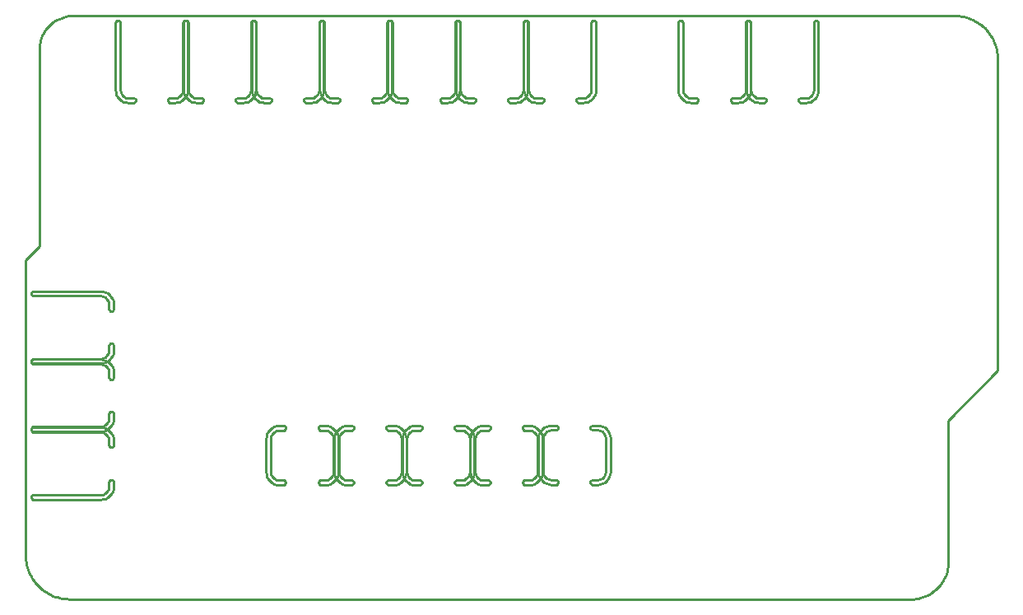
<source format=gko>
G04*
G04 #@! TF.GenerationSoftware,Altium Limited,Altium Designer,18.0.7 (293)*
G04*
G04 Layer_Color=16711935*
%FSLAX25Y25*%
%MOIN*%
G70*
G01*
G75*
%ADD10C,0.01000*%
D10*
X873183Y197620D02*
X874172Y197653D01*
X875156Y197750D01*
X876132Y197911D01*
X877096Y198136D01*
X878042Y198423D01*
X878968Y198771D01*
X879869Y199179D01*
X880742Y199646D01*
X881581Y200168D01*
X882386Y200744D01*
X883150Y201372D01*
X883872Y202048D01*
X884549Y202770D01*
X885176Y203535D01*
X885752Y204339D01*
X886275Y205179D01*
X886741Y206051D01*
X887149Y206953D01*
X887498Y207878D01*
X887785Y208825D01*
X888009Y209788D01*
X888171Y210764D01*
X888268Y211749D01*
X888300Y212737D01*
X744300Y245925D02*
X743424Y245464D01*
Y244474D01*
X744300Y244012D01*
X746212Y245925D02*
X747255Y246090D01*
X748196Y246570D01*
X748943Y247316D01*
X749422Y248257D01*
X749587Y249300D01*
X746212Y244012D02*
X747244Y244114D01*
X748236Y244415D01*
X749150Y244904D01*
X749951Y245561D01*
X750609Y246362D01*
X751097Y247277D01*
X751398Y248269D01*
X751500Y249300D01*
X729450Y244012D02*
X730326Y244474D01*
Y245464D01*
X729450Y245925D01*
X724162Y249300D02*
X724328Y248257D01*
X724807Y247316D01*
X725554Y246570D01*
X726495Y246090D01*
X727537Y245925D01*
X722250Y249300D02*
X722352Y248269D01*
X722652Y247277D01*
X723141Y246362D01*
X723799Y245561D01*
X724600Y244904D01*
X725514Y244415D01*
X726506Y244114D01*
X727537Y244012D01*
X729450Y266062D02*
X730326Y266524D01*
Y267514D01*
X729450Y267975D01*
X727537Y266062D02*
X726495Y265897D01*
X725554Y265418D01*
X724807Y264671D01*
X724328Y263730D01*
X724162Y262687D01*
X727537Y267975D02*
X726506Y267873D01*
X725514Y267572D01*
X724600Y267084D01*
X723799Y266426D01*
X723141Y265625D01*
X722652Y264711D01*
X722352Y263719D01*
X722250Y262687D01*
X744300Y267975D02*
X743424Y267514D01*
Y266524D01*
X744300Y266062D01*
X749587Y262687D02*
X749422Y263730D01*
X748943Y264671D01*
X748196Y265418D01*
X747255Y265897D01*
X746212Y266062D01*
X751500Y262687D02*
X751398Y263719D01*
X751097Y264711D01*
X750609Y265625D01*
X749951Y266426D01*
X749150Y267084D01*
X748236Y267572D01*
X747244Y267873D01*
X746212Y267975D01*
X716738Y245813D02*
X715861Y245351D01*
Y244361D01*
X716738Y243900D01*
X718650Y245813D02*
X719693Y245978D01*
X720634Y246457D01*
X721380Y247204D01*
X721860Y248145D01*
X722025Y249187D01*
X718650Y243900D02*
X719682Y244002D01*
X720673Y244303D01*
X721588Y244791D01*
X722389Y245449D01*
X723046Y246250D01*
X723535Y247164D01*
X723836Y248156D01*
X723938Y249187D01*
X701888Y243900D02*
X702764Y244361D01*
Y245351D01*
X701888Y245813D01*
X696600Y249187D02*
X696765Y248145D01*
X697245Y247204D01*
X697991Y246457D01*
X698932Y245978D01*
X699975Y245813D01*
X694688Y249187D02*
X694789Y248156D01*
X695090Y247164D01*
X695579Y246250D01*
X696236Y245449D01*
X697037Y244791D01*
X697952Y244303D01*
X698944Y244002D01*
X699975Y243900D01*
X701888Y265950D02*
X702764Y266411D01*
Y267401D01*
X701888Y267863D01*
X699975Y265950D02*
X698932Y265785D01*
X697991Y265305D01*
X697245Y264559D01*
X696765Y263618D01*
X696600Y262575D01*
X699975Y267863D02*
X698944Y267761D01*
X697952Y267460D01*
X697037Y266971D01*
X696236Y266314D01*
X695579Y265513D01*
X695090Y264598D01*
X694789Y263607D01*
X694688Y262575D01*
X716738Y267863D02*
X715861Y267401D01*
Y266411D01*
X716738Y265950D01*
X722025Y262575D02*
X721860Y263618D01*
X721380Y264559D01*
X720634Y265305D01*
X719693Y265785D01*
X718650Y265950D01*
X723938Y262575D02*
X723836Y263607D01*
X723535Y264598D01*
X723046Y265513D01*
X722389Y266314D01*
X721588Y266971D01*
X720673Y267460D01*
X719682Y267761D01*
X718650Y267863D01*
X689175Y245813D02*
X688299Y245351D01*
Y244361D01*
X689175Y243900D01*
X691087Y245813D02*
X692130Y245978D01*
X693071Y246457D01*
X693818Y247204D01*
X694297Y248145D01*
X694462Y249187D01*
X691087Y243900D02*
X692119Y244002D01*
X693111Y244303D01*
X694025Y244791D01*
X694826Y245449D01*
X695484Y246250D01*
X695972Y247164D01*
X696273Y248156D01*
X696375Y249187D01*
X674325Y243900D02*
X675201Y244361D01*
Y245351D01*
X674325Y245813D01*
X669037Y249187D02*
X669203Y248145D01*
X669682Y247204D01*
X670429Y246457D01*
X671370Y245978D01*
X672412Y245813D01*
X667125Y249187D02*
X667227Y248156D01*
X667527Y247164D01*
X668016Y246250D01*
X668674Y245449D01*
X669475Y244791D01*
X670389Y244303D01*
X671381Y244002D01*
X672412Y243900D01*
X674325Y265950D02*
X675201Y266411D01*
Y267401D01*
X674325Y267863D01*
X672412Y265950D02*
X671370Y265785D01*
X670429Y265305D01*
X669682Y264559D01*
X669203Y263618D01*
X669037Y262575D01*
X672412Y267863D02*
X671381Y267761D01*
X670389Y267460D01*
X669475Y266971D01*
X668674Y266314D01*
X668016Y265513D01*
X667527Y264598D01*
X667227Y263607D01*
X667125Y262575D01*
X689175Y267863D02*
X688299Y267401D01*
Y266411D01*
X689175Y265950D01*
X694462Y262575D02*
X694297Y263618D01*
X693818Y264559D01*
X693071Y265305D01*
X692130Y265785D01*
X691087Y265950D01*
X696375Y262575D02*
X696273Y263607D01*
X695972Y264598D01*
X695484Y265513D01*
X694826Y266314D01*
X694025Y266971D01*
X693111Y267460D01*
X692119Y267761D01*
X691087Y267863D01*
X661613Y245813D02*
X660736Y245351D01*
Y244361D01*
X661613Y243900D01*
X663525Y245813D02*
X664568Y245978D01*
X665509Y246457D01*
X666255Y247204D01*
X666735Y248145D01*
X666900Y249187D01*
X663525Y243900D02*
X664557Y244002D01*
X665548Y244303D01*
X666463Y244791D01*
X667264Y245449D01*
X667921Y246250D01*
X668410Y247164D01*
X668711Y248156D01*
X668813Y249187D01*
X646763Y243900D02*
X647639Y244361D01*
Y245351D01*
X646763Y245813D01*
X641475Y249187D02*
X641640Y248145D01*
X642120Y247204D01*
X642866Y246457D01*
X643807Y245978D01*
X644850Y245813D01*
X639563Y249187D02*
X639664Y248156D01*
X639965Y247164D01*
X640454Y246250D01*
X641111Y245449D01*
X641912Y244791D01*
X642827Y244303D01*
X643819Y244002D01*
X644850Y243900D01*
X646763Y265950D02*
X647639Y266411D01*
Y267401D01*
X646763Y267863D01*
X644850Y265950D02*
X643807Y265785D01*
X642866Y265305D01*
X642120Y264559D01*
X641640Y263618D01*
X641475Y262575D01*
X644850Y267863D02*
X643819Y267761D01*
X642827Y267460D01*
X641912Y266971D01*
X641111Y266314D01*
X640454Y265513D01*
X639965Y264598D01*
X639664Y263607D01*
X639563Y262575D01*
X661613Y267863D02*
X660736Y267401D01*
Y266411D01*
X661613Y265950D01*
X666900Y262575D02*
X666735Y263618D01*
X666255Y264559D01*
X665509Y265305D01*
X664568Y265785D01*
X663525Y265950D01*
X668813Y262575D02*
X668711Y263607D01*
X668410Y264598D01*
X667921Y265513D01*
X667264Y266314D01*
X666463Y266971D01*
X665548Y267460D01*
X664557Y267761D01*
X663525Y267863D01*
X634050Y245813D02*
X633174Y245351D01*
Y244361D01*
X634050Y243900D01*
X635962Y245813D02*
X637005Y245978D01*
X637946Y246457D01*
X638693Y247204D01*
X639172Y248145D01*
X639337Y249187D01*
X635962Y243900D02*
X636994Y244002D01*
X637986Y244303D01*
X638900Y244791D01*
X639701Y245449D01*
X640359Y246250D01*
X640847Y247164D01*
X641148Y248156D01*
X641250Y249187D01*
X619200Y243900D02*
X620076Y244361D01*
Y245351D01*
X619200Y245813D01*
X613912Y249187D02*
X614078Y248145D01*
X614557Y247204D01*
X615304Y246457D01*
X616245Y245978D01*
X617287Y245813D01*
X612000Y249187D02*
X612102Y248156D01*
X612402Y247164D01*
X612891Y246250D01*
X613549Y245449D01*
X614350Y244791D01*
X615264Y244303D01*
X616256Y244002D01*
X617287Y243900D01*
X619200Y265950D02*
X620076Y266411D01*
Y267401D01*
X619200Y267863D01*
X617287Y265950D02*
X616245Y265785D01*
X615304Y265305D01*
X614557Y264559D01*
X614078Y263618D01*
X613912Y262575D01*
X617287Y267863D02*
X616256Y267761D01*
X615264Y267460D01*
X614350Y266971D01*
X613549Y266314D01*
X612891Y265513D01*
X612402Y264598D01*
X612102Y263607D01*
X612000Y262575D01*
X634050Y267863D02*
X633174Y267401D01*
Y266411D01*
X634050Y265950D01*
X639337Y262575D02*
X639172Y263618D01*
X638693Y264559D01*
X637946Y265305D01*
X637005Y265785D01*
X635962Y265950D01*
X641250Y262575D02*
X641148Y263607D01*
X640847Y264598D01*
X640359Y265513D01*
X639701Y266314D01*
X638900Y266971D01*
X637986Y267460D01*
X636994Y267761D01*
X635962Y267863D01*
X813713Y398587D02*
X814589Y399049D01*
Y400039D01*
X813713Y400500D01*
X808425Y403875D02*
X808590Y402832D01*
X809070Y401891D01*
X809816Y401145D01*
X810757Y400665D01*
X811800Y400500D01*
X806513Y403875D02*
X806614Y402844D01*
X806915Y401852D01*
X807404Y400937D01*
X808061Y400136D01*
X808862Y399479D01*
X809777Y398990D01*
X810769Y398689D01*
X811800Y398587D01*
X808425Y431100D02*
X807964Y431976D01*
X806974D01*
X806513Y431100D01*
X835763D02*
X835301Y431976D01*
X834311D01*
X833850Y431100D01*
X830475Y398587D02*
X831507Y398689D01*
X832498Y398990D01*
X833413Y399479D01*
X834214Y400136D01*
X834871Y400937D01*
X835360Y401852D01*
X835661Y402844D01*
X835763Y403875D01*
X830475Y400500D02*
X831518Y400665D01*
X832459Y401145D01*
X833205Y401891D01*
X833685Y402832D01*
X833850Y403875D01*
X828563Y400500D02*
X827686Y400039D01*
Y399049D01*
X828563Y398587D01*
X786150D02*
X787026Y399049D01*
Y400039D01*
X786150Y400500D01*
X780863Y403875D02*
X781028Y402832D01*
X781507Y401891D01*
X782254Y401145D01*
X783195Y400665D01*
X784237Y400500D01*
X778950Y403875D02*
X779052Y402844D01*
X779353Y401852D01*
X779841Y400937D01*
X780499Y400136D01*
X781300Y399479D01*
X782214Y398990D01*
X783206Y398689D01*
X784237Y398587D01*
X780863Y431100D02*
X780401Y431976D01*
X779411D01*
X778950Y431100D01*
X808200D02*
X807739Y431976D01*
X806749D01*
X806287Y431100D01*
X802913Y398587D02*
X803944Y398689D01*
X804936Y398990D01*
X805850Y399479D01*
X806651Y400136D01*
X807309Y400937D01*
X807798Y401852D01*
X808098Y402844D01*
X808200Y403875D01*
X802913Y400500D02*
X803955Y400665D01*
X804896Y401145D01*
X805643Y401891D01*
X806122Y402832D01*
X806287Y403875D01*
X801000Y400500D02*
X800124Y400039D01*
Y399049D01*
X801000Y398587D01*
X723600D02*
X724476Y399049D01*
Y400039D01*
X723600Y400500D01*
X718313Y403875D02*
X718478Y402832D01*
X718957Y401891D01*
X719704Y401145D01*
X720645Y400665D01*
X721688Y400500D01*
X716400Y403875D02*
X716502Y402844D01*
X716803Y401852D01*
X717291Y400937D01*
X717949Y400136D01*
X718750Y399479D01*
X719664Y398990D01*
X720656Y398689D01*
X721688Y398587D01*
X718313Y431100D02*
X717851Y431976D01*
X716861D01*
X716400Y431100D01*
X745650D02*
X745189Y431976D01*
X744199D01*
X743738Y431100D01*
X740363Y398587D02*
X741394Y398689D01*
X742386Y398990D01*
X743300Y399479D01*
X744101Y400136D01*
X744759Y400937D01*
X745248Y401852D01*
X745548Y402844D01*
X745650Y403875D01*
X740363Y400500D02*
X741405Y400665D01*
X742346Y401145D01*
X743093Y401891D01*
X743572Y402832D01*
X743738Y403875D01*
X738450Y400500D02*
X737574Y400039D01*
Y399049D01*
X738450Y398587D01*
X696037D02*
X696914Y399049D01*
Y400039D01*
X696037Y400500D01*
X690750Y403875D02*
X690915Y402832D01*
X691395Y401891D01*
X692141Y401145D01*
X693082Y400665D01*
X694125Y400500D01*
X688837Y403875D02*
X688939Y402844D01*
X689240Y401852D01*
X689729Y400937D01*
X690386Y400136D01*
X691187Y399479D01*
X692102Y398990D01*
X693093Y398689D01*
X694125Y398587D01*
X690750Y431100D02*
X690289Y431976D01*
X689299D01*
X688837Y431100D01*
X718087D02*
X717626Y431976D01*
X716636D01*
X716175Y431100D01*
X712800Y398587D02*
X713832Y398689D01*
X714823Y398990D01*
X715738Y399479D01*
X716539Y400136D01*
X717196Y400937D01*
X717685Y401852D01*
X717986Y402844D01*
X718087Y403875D01*
X712800Y400500D02*
X713843Y400665D01*
X714784Y401145D01*
X715530Y401891D01*
X716010Y402832D01*
X716175Y403875D01*
X710887Y400500D02*
X710011Y400039D01*
Y399049D01*
X710887Y398587D01*
X668475D02*
X669351Y399049D01*
Y400039D01*
X668475Y400500D01*
X663188Y403875D02*
X663353Y402832D01*
X663832Y401891D01*
X664579Y401145D01*
X665520Y400665D01*
X666563Y400500D01*
X661275Y403875D02*
X661377Y402844D01*
X661678Y401852D01*
X662166Y400937D01*
X662824Y400136D01*
X663625Y399479D01*
X664539Y398990D01*
X665531Y398689D01*
X666563Y398587D01*
X663188Y431100D02*
X662726Y431976D01*
X661736D01*
X661275Y431100D01*
X690525D02*
X690064Y431976D01*
X689074D01*
X688613Y431100D01*
X685238Y398587D02*
X686269Y398689D01*
X687261Y398990D01*
X688175Y399479D01*
X688976Y400136D01*
X689634Y400937D01*
X690123Y401852D01*
X690423Y402844D01*
X690525Y403875D01*
X685238Y400500D02*
X686280Y400665D01*
X687221Y401145D01*
X687968Y401891D01*
X688447Y402832D01*
X688613Y403875D01*
X683325Y400500D02*
X682449Y400039D01*
Y399049D01*
X683325Y398587D01*
X640912D02*
X641789Y399049D01*
Y400039D01*
X640912Y400500D01*
X635625Y403875D02*
X635790Y402832D01*
X636270Y401891D01*
X637016Y401145D01*
X637957Y400665D01*
X639000Y400500D01*
X633712Y403875D02*
X633814Y402844D01*
X634115Y401852D01*
X634604Y400937D01*
X635261Y400136D01*
X636062Y399479D01*
X636977Y398990D01*
X637968Y398689D01*
X639000Y398587D01*
X635625Y431100D02*
X635164Y431976D01*
X634174D01*
X633712Y431100D01*
X662962D02*
X662501Y431976D01*
X661511D01*
X661050Y431100D01*
X657675Y398587D02*
X658707Y398689D01*
X659698Y398990D01*
X660613Y399479D01*
X661414Y400136D01*
X662071Y400937D01*
X662560Y401852D01*
X662861Y402844D01*
X662962Y403875D01*
X657675Y400500D02*
X658718Y400665D01*
X659659Y401145D01*
X660405Y401891D01*
X660885Y402832D01*
X661050Y403875D01*
X655762Y400500D02*
X654886Y400039D01*
Y399049D01*
X655762Y398587D01*
X613350D02*
X614226Y399049D01*
Y400039D01*
X613350Y400500D01*
X608063Y403875D02*
X608228Y402832D01*
X608707Y401891D01*
X609454Y401145D01*
X610395Y400665D01*
X611438Y400500D01*
X606150Y403875D02*
X606252Y402844D01*
X606553Y401852D01*
X607041Y400937D01*
X607699Y400136D01*
X608500Y399479D01*
X609414Y398990D01*
X610406Y398689D01*
X611438Y398587D01*
X608063Y431100D02*
X607601Y431976D01*
X606611D01*
X606150Y431100D01*
X635400D02*
X634939Y431976D01*
X633949D01*
X633488Y431100D01*
X630113Y398587D02*
X631144Y398689D01*
X632136Y398990D01*
X633050Y399479D01*
X633851Y400136D01*
X634509Y400937D01*
X634998Y401852D01*
X635298Y402844D01*
X635400Y403875D01*
X630113Y400500D02*
X631155Y400665D01*
X632096Y401145D01*
X632843Y401891D01*
X633322Y402832D01*
X633488Y403875D01*
X628200Y400500D02*
X627324Y400039D01*
Y399049D01*
X628200Y398587D01*
X585787D02*
X586664Y399049D01*
Y400039D01*
X585787Y400500D01*
X580500Y403875D02*
X580665Y402832D01*
X581145Y401891D01*
X581891Y401145D01*
X582832Y400665D01*
X583875Y400500D01*
X578587Y403875D02*
X578689Y402844D01*
X578990Y401852D01*
X579479Y400937D01*
X580136Y400136D01*
X580937Y399479D01*
X581852Y398990D01*
X582843Y398689D01*
X583875Y398587D01*
X580500Y431100D02*
X580039Y431976D01*
X579049D01*
X578587Y431100D01*
X607837D02*
X607376Y431976D01*
X606386D01*
X605925Y431100D01*
X602550Y398587D02*
X603581Y398689D01*
X604573Y398990D01*
X605488Y399479D01*
X606289Y400136D01*
X606946Y400937D01*
X607435Y401852D01*
X607736Y402844D01*
X607837Y403875D01*
X602550Y400500D02*
X603593Y400665D01*
X604534Y401145D01*
X605280Y401891D01*
X605760Y402832D01*
X605925Y403875D01*
X600637Y400500D02*
X599761Y400039D01*
Y399049D01*
X600637Y398587D01*
X558225D02*
X559101Y399049D01*
Y400039D01*
X558225Y400500D01*
X552938Y403875D02*
X553103Y402832D01*
X553582Y401891D01*
X554329Y401145D01*
X555270Y400665D01*
X556313Y400500D01*
X551025Y403875D02*
X551127Y402844D01*
X551428Y401852D01*
X551916Y400937D01*
X552574Y400136D01*
X553375Y399479D01*
X554289Y398990D01*
X555281Y398689D01*
X556313Y398587D01*
X552938Y431100D02*
X552476Y431976D01*
X551486D01*
X551025Y431100D01*
X580275D02*
X579814Y431976D01*
X578824D01*
X578363Y431100D01*
X574988Y398587D02*
X576019Y398689D01*
X577011Y398990D01*
X577925Y399479D01*
X578726Y400136D01*
X579384Y400937D01*
X579873Y401852D01*
X580173Y402844D01*
X580275Y403875D01*
X574988Y400500D02*
X576030Y400665D01*
X576971Y401145D01*
X577718Y401891D01*
X578197Y402832D01*
X578363Y403875D01*
X573075Y400500D02*
X572199Y400039D01*
Y399049D01*
X573075Y398587D01*
X550238Y300262D02*
X549776Y301139D01*
X548786D01*
X548325Y300262D01*
X544950Y294975D02*
X545993Y295140D01*
X546934Y295620D01*
X547680Y296366D01*
X548160Y297307D01*
X548325Y298350D01*
X544950Y293062D02*
X545982Y293164D01*
X546973Y293465D01*
X547888Y293954D01*
X548689Y294611D01*
X549346Y295412D01*
X549835Y296327D01*
X550136Y297319D01*
X550238Y298350D01*
X517725Y294975D02*
X516849Y294514D01*
Y293524D01*
X517725Y293062D01*
Y322312D02*
X516849Y321851D01*
Y320861D01*
X517725Y320400D01*
X550238Y317025D02*
X550136Y318057D01*
X549835Y319048D01*
X549346Y319963D01*
X548689Y320764D01*
X547888Y321421D01*
X546973Y321910D01*
X545982Y322211D01*
X544950Y322312D01*
X548325Y317025D02*
X548160Y318068D01*
X547680Y319009D01*
X546934Y319755D01*
X545993Y320235D01*
X544950Y320400D01*
X548325Y315112D02*
X548786Y314236D01*
X549776D01*
X550238Y315112D01*
Y272700D02*
X549776Y273576D01*
X548786D01*
X548325Y272700D01*
X544950Y267412D02*
X545993Y267578D01*
X546934Y268057D01*
X547680Y268804D01*
X548160Y269745D01*
X548325Y270788D01*
X544950Y265500D02*
X545982Y265602D01*
X546973Y265902D01*
X547888Y266391D01*
X548689Y267049D01*
X549346Y267850D01*
X549835Y268764D01*
X550136Y269756D01*
X550238Y270788D01*
X517725Y267412D02*
X516849Y266951D01*
Y265961D01*
X517725Y265500D01*
Y294750D02*
X516849Y294289D01*
Y293299D01*
X517725Y292838D01*
X550238Y289462D02*
X550136Y290494D01*
X549835Y291486D01*
X549346Y292400D01*
X548689Y293201D01*
X547888Y293859D01*
X546973Y294348D01*
X545982Y294648D01*
X544950Y294750D01*
X548325Y289462D02*
X548160Y290505D01*
X547680Y291446D01*
X546934Y292193D01*
X545993Y292672D01*
X544950Y292838D01*
X548325Y287550D02*
X548786Y286674D01*
X549776D01*
X550238Y287550D01*
X548325Y259987D02*
X548786Y259111D01*
X549776D01*
X550238Y259987D01*
X548325Y261900D02*
X548160Y262943D01*
X547680Y263884D01*
X546934Y264630D01*
X545993Y265110D01*
X544950Y265275D01*
X550238Y261900D02*
X550136Y262931D01*
X549835Y263923D01*
X549346Y264838D01*
X548689Y265639D01*
X547888Y266296D01*
X546973Y266785D01*
X545982Y267086D01*
X544950Y267188D01*
X517725D02*
X516849Y266726D01*
Y265736D01*
X517725Y265275D01*
Y239850D02*
X516849Y239389D01*
Y238399D01*
X517725Y237937D01*
X544950D02*
X545982Y238039D01*
X546973Y238340D01*
X547888Y238829D01*
X548689Y239486D01*
X549346Y240287D01*
X549835Y241202D01*
X550136Y242194D01*
X550238Y243225D01*
X544950Y239850D02*
X545993Y240015D01*
X546934Y240495D01*
X547680Y241241D01*
X548160Y242182D01*
X548325Y243225D01*
X550238Y245138D02*
X549776Y246014D01*
X548786D01*
X548325Y245138D01*
X533925Y433886D02*
X532942Y433851D01*
X531964Y433746D01*
X530996Y433571D01*
X530043Y433328D01*
X529109Y433017D01*
X528201Y432641D01*
X527321Y432201D01*
X526475Y431699D01*
X525667Y431138D01*
X524901Y430521D01*
X524181Y429850D01*
X523511Y429131D01*
X522894Y428365D01*
X522333Y427557D01*
X521831Y426711D01*
X521391Y425831D01*
X521014Y424922D01*
X520704Y423989D01*
X520460Y423036D01*
X520286Y422068D01*
X520181Y421090D01*
X520146Y420107D01*
X514634Y215382D02*
X514662Y214388D01*
X514746Y213398D01*
X514885Y212414D01*
X515078Y211439D01*
X515327Y210477D01*
X515628Y209530D01*
X515983Y208602D01*
X516389Y207695D01*
X516845Y206812D01*
X517350Y205956D01*
X517902Y205130D01*
X518500Y204336D01*
X519141Y203576D01*
X519823Y202854D01*
X520545Y202171D01*
X521305Y201530D01*
X522099Y200933D01*
X522925Y200381D01*
X523781Y199876D01*
X524664Y199420D01*
X525571Y199014D01*
X526500Y198659D01*
X527446Y198358D01*
X528409Y198109D01*
X529383Y197915D01*
X530367Y197777D01*
X531357Y197693D01*
X532351Y197665D01*
X908335Y416170D02*
X908307Y417163D01*
X908223Y418153D01*
X908084Y419137D01*
X907890Y420112D01*
X907642Y421074D01*
X907340Y422021D01*
X906986Y422950D01*
X906580Y423857D01*
X906124Y424740D01*
X905619Y425596D01*
X905067Y426422D01*
X904469Y427216D01*
X903828Y427975D01*
X903145Y428697D01*
X902423Y429380D01*
X901664Y430021D01*
X900870Y430619D01*
X900044Y431171D01*
X899188Y431676D01*
X898305Y432132D01*
X897398Y432538D01*
X896469Y432892D01*
X895522Y433194D01*
X894560Y433442D01*
X893586Y433636D01*
X892601Y433775D01*
X891611Y433858D01*
X890618Y433886D01*
X888300Y270000D02*
X908325Y290025D01*
X888300Y212737D02*
Y270000D01*
X908325Y416250D02*
X908325Y290025D01*
X751500Y249300D02*
Y262687D01*
X749587Y249300D02*
Y262575D01*
X744300Y245925D02*
X746212D01*
X744300Y244012D02*
X746212D01*
X727537Y245925D02*
X729450D01*
X727537Y244012D02*
X729450D01*
X722250Y248962D02*
Y262687D01*
X724162Y248962D02*
Y262687D01*
X727537Y266062D02*
X729450D01*
X727537Y267975D02*
X729450D01*
X744300Y266062D02*
X746212D01*
X744300Y267975D02*
X746212D01*
X723938Y249187D02*
Y262575D01*
X722025Y249187D02*
Y262462D01*
X716738Y245813D02*
X718650D01*
X716738Y243900D02*
X718650D01*
X699975Y245813D02*
X701888D01*
X699975Y243900D02*
X701888D01*
X694688Y248850D02*
Y262575D01*
X696600Y248850D02*
Y262575D01*
X699975Y265950D02*
X701888D01*
X699975Y267863D02*
X701888D01*
X716738Y265950D02*
X718650D01*
X716738Y267863D02*
X718650D01*
X696375Y249187D02*
Y262575D01*
X694462Y249187D02*
Y262462D01*
X689175Y245813D02*
X691087D01*
X689175Y243900D02*
X691087D01*
X672412Y245813D02*
X674325D01*
X672412Y243900D02*
X674325D01*
X667125Y248850D02*
Y262575D01*
X669037Y248850D02*
Y262575D01*
X672412Y265950D02*
X674325D01*
X672412Y267863D02*
X674325D01*
X689175Y265950D02*
X691087D01*
X689175Y267863D02*
X691087D01*
X668813Y249187D02*
Y262575D01*
X666900Y249187D02*
Y262462D01*
X661613Y245813D02*
X663525D01*
X661613Y243900D02*
X663525D01*
X644850Y245813D02*
X646763D01*
X644850Y243900D02*
X646763D01*
X639563Y248850D02*
Y262575D01*
X641475Y248850D02*
Y262575D01*
X644850Y265950D02*
X646763D01*
X644850Y267863D02*
X646763D01*
X661613Y265950D02*
X663525D01*
X661613Y267863D02*
X663525D01*
X641250Y249187D02*
Y262575D01*
X639337Y249187D02*
Y262462D01*
X634050Y245813D02*
X635962D01*
X634050Y243900D02*
X635962D01*
X617287Y245813D02*
X619200D01*
X617287Y243900D02*
X619200D01*
X612000Y248850D02*
Y262575D01*
X613912Y248850D02*
Y262575D01*
X617287Y265950D02*
X619200D01*
X617287Y267863D02*
X619200D01*
X634050Y265950D02*
X635962D01*
X634050Y267863D02*
X635962D01*
X806513Y403875D02*
Y431213D01*
X808425Y403875D02*
Y431100D01*
X811800Y400500D02*
X813713D01*
X811800Y398587D02*
X813713D01*
X828563D02*
X830475D01*
X828563Y400500D02*
X830475D01*
X833850Y403875D02*
Y431100D01*
X835763Y403875D02*
Y431213D01*
X778950Y403875D02*
Y431213D01*
X780863Y403875D02*
Y431100D01*
X784237Y400500D02*
X786150D01*
X784237Y398587D02*
X786150D01*
X801000D02*
X802913D01*
X801000Y400500D02*
X802913D01*
X806287Y403875D02*
Y431100D01*
X808200Y403875D02*
Y431213D01*
X716400Y403875D02*
Y431213D01*
X718313Y403875D02*
Y431100D01*
X721688Y400500D02*
X723600D01*
X721688Y398587D02*
X723600D01*
X738450D02*
X740363D01*
X738450Y400500D02*
X740363D01*
X743738Y403875D02*
Y431100D01*
X745650Y403875D02*
Y431213D01*
X688837Y403875D02*
Y431213D01*
X690750Y403875D02*
Y431100D01*
X694125Y400500D02*
X696037D01*
X694125Y398587D02*
X696037D01*
X710887D02*
X712800D01*
X710887Y400500D02*
X712800D01*
X716175Y403875D02*
Y431100D01*
X718087Y403875D02*
Y431213D01*
X661275Y403875D02*
Y431213D01*
X663188Y403875D02*
Y431100D01*
X666563Y400500D02*
X668475D01*
X666563Y398587D02*
X668475D01*
X683325D02*
X685238D01*
X683325Y400500D02*
X685238D01*
X688613Y403875D02*
Y431100D01*
X690525Y403875D02*
Y431213D01*
X633712Y403875D02*
Y431213D01*
X635625Y403875D02*
Y431100D01*
X639000Y400500D02*
X640912D01*
X639000Y398587D02*
X640912D01*
X655762D02*
X657675D01*
X655762Y400500D02*
X657675D01*
X661050Y403875D02*
Y431100D01*
X662962Y403875D02*
Y431213D01*
X606150Y403875D02*
Y431213D01*
X608063Y403875D02*
Y431100D01*
X611438Y400500D02*
X613350D01*
X611438Y398587D02*
X613350D01*
X628200D02*
X630113D01*
X628200Y400500D02*
X630113D01*
X633488Y403875D02*
Y431100D01*
X635400Y403875D02*
Y431213D01*
X578587Y403875D02*
Y431213D01*
X580500Y403875D02*
Y431100D01*
X583875Y400500D02*
X585787D01*
X583875Y398587D02*
X585787D01*
X600637D02*
X602550D01*
X600637Y400500D02*
X602550D01*
X605925Y403875D02*
Y431100D01*
X607837Y403875D02*
Y431213D01*
X551025Y403875D02*
Y431213D01*
X552938Y403875D02*
Y431100D01*
X556313Y400500D02*
X558225D01*
X556313Y398587D02*
X558225D01*
X573075D02*
X574988D01*
X573075Y400500D02*
X574988D01*
X578363Y403875D02*
Y431100D01*
X580275Y403875D02*
Y431213D01*
X517613Y293062D02*
X544950D01*
X517725Y294975D02*
X544950D01*
X548325Y298350D02*
Y300262D01*
X550238Y298350D02*
Y300262D01*
Y315112D02*
Y317025D01*
X548325Y315112D02*
Y317025D01*
X517725Y320400D02*
X544950D01*
X517613Y322312D02*
X544950D01*
X517613Y265500D02*
X544950D01*
X517725Y267412D02*
X544950D01*
X548325Y270788D02*
Y272700D01*
X550238Y270788D02*
Y272700D01*
Y287550D02*
Y289462D01*
X548325Y287550D02*
Y289462D01*
X517725Y292838D02*
X544950D01*
X517613Y294750D02*
X544950D01*
X517613Y267188D02*
X544950D01*
X517725Y265275D02*
X544950D01*
X548325Y259987D02*
Y261900D01*
X550238Y259987D02*
Y261900D01*
Y243225D02*
Y245138D01*
X548325Y243225D02*
Y245138D01*
X517725Y239850D02*
X544950D01*
X517613Y237937D02*
X544950D01*
X532350Y197665D02*
X873183Y197665D01*
X533925Y433886D02*
X890618Y433886D01*
X520146Y340382D02*
Y420107D01*
X514634Y334871D02*
X520146Y340382D01*
X514634Y215382D02*
X514634Y334871D01*
M02*

</source>
